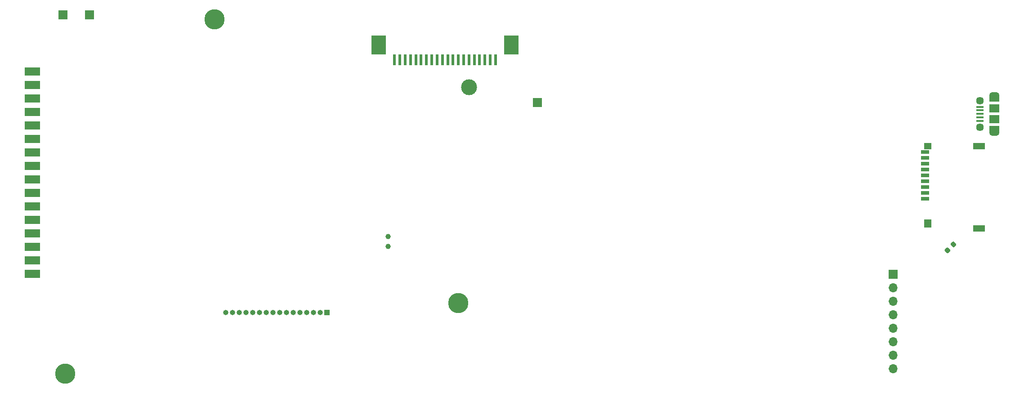
<source format=gbs>
G04 #@! TF.GenerationSoftware,KiCad,Pcbnew,5.1.8+dfsg1-1~bpo10+1*
G04 #@! TF.CreationDate,2020-11-24T20:11:20+01:00*
G04 #@! TF.ProjectId,armpofo_cpu,61726d70-6f66-46f5-9f63-70752e6b6963,rev?*
G04 #@! TF.SameCoordinates,PX3938700PY42c1d80*
G04 #@! TF.FileFunction,Soldermask,Bot*
G04 #@! TF.FilePolarity,Negative*
%FSLAX46Y46*%
G04 Gerber Fmt 4.6, Leading zero omitted, Abs format (unit mm)*
G04 Created by KiCad (PCBNEW 5.1.8+dfsg1-1~bpo10+1) date 2020-11-24 20:11:20*
%MOMM*%
%LPD*%
G01*
G04 APERTURE LIST*
%ADD10R,2.200000X1.200000*%
%ADD11R,1.400000X1.600000*%
%ADD12R,1.400000X1.200000*%
%ADD13R,1.600000X0.700000*%
%ADD14C,3.000000*%
%ADD15C,3.800000*%
%ADD16R,1.900000X1.500000*%
%ADD17C,1.450000*%
%ADD18R,1.350000X0.400000*%
%ADD19O,1.900000X1.200000*%
%ADD20R,1.900000X1.200000*%
%ADD21R,1.700000X1.700000*%
%ADD22O,1.700000X1.700000*%
%ADD23C,1.000000*%
%ADD24R,3.000000X1.524000*%
%ADD25R,1.000000X1.000000*%
%ADD26O,1.000000X1.000000*%
%ADD27R,0.610000X2.000000*%
%ADD28R,2.680000X3.600000*%
G04 APERTURE END LIST*
D10*
G04 #@! TO.C,J8*
X188100000Y-42650000D03*
X188100000Y-27150000D03*
D11*
X178500000Y-41750000D03*
D12*
X178500000Y-27150000D03*
D13*
X178000000Y-28300000D03*
X178000000Y-30500000D03*
X178000000Y-29400000D03*
X178000000Y-31600000D03*
X178000000Y-32700000D03*
X178000000Y-33800000D03*
X178000000Y-37100000D03*
X178000000Y-36000000D03*
X178000000Y-34900000D03*
G04 #@! TD*
D14*
G04 #@! TO.C,H4*
X92100000Y-16100000D03*
G04 #@! TD*
D15*
G04 #@! TO.C,H3*
X90100000Y-56700000D03*
G04 #@! TD*
G04 #@! TO.C,H2*
X16100000Y-70000000D03*
G04 #@! TD*
G04 #@! TO.C,H1*
X44200000Y-3300000D03*
G04 #@! TD*
G04 #@! TO.C,D3*
G36*
G01*
X182064990Y-47297403D02*
X181702597Y-46935010D01*
G75*
G02*
X181702597Y-46625650I154680J154680D01*
G01*
X182011956Y-46316291D01*
G75*
G02*
X182321316Y-46316291I154680J-154680D01*
G01*
X182683709Y-46678684D01*
G75*
G02*
X182683709Y-46988044I-154680J-154680D01*
G01*
X182374350Y-47297403D01*
G75*
G02*
X182064990Y-47297403I-154680J154680D01*
G01*
G37*
G36*
G01*
X183178684Y-46183709D02*
X182816291Y-45821316D01*
G75*
G02*
X182816291Y-45511956I154680J154680D01*
G01*
X183125650Y-45202597D01*
G75*
G02*
X183435010Y-45202597I154680J-154680D01*
G01*
X183797403Y-45564990D01*
G75*
G02*
X183797403Y-45874350I-154680J-154680D01*
G01*
X183488044Y-46183709D01*
G75*
G02*
X183178684Y-46183709I-154680J154680D01*
G01*
G37*
G04 #@! TD*
D16*
G04 #@! TO.C,J1*
X191037500Y-22100000D03*
D17*
X188337500Y-18600000D03*
D18*
X188337500Y-20450000D03*
X188337500Y-19800000D03*
X188337500Y-22400000D03*
X188337500Y-21750000D03*
X188337500Y-21100000D03*
D17*
X188337500Y-23600000D03*
D16*
X191037500Y-20100000D03*
D19*
X191037500Y-17600000D03*
X191037500Y-24600000D03*
D20*
X191037500Y-24000000D03*
X191037500Y-18200000D03*
G04 #@! TD*
D21*
G04 #@! TO.C,J2*
X104968000Y-19000000D03*
G04 #@! TD*
G04 #@! TO.C,J3*
X15700000Y-2500000D03*
G04 #@! TD*
G04 #@! TO.C,J7*
X172000000Y-51300000D03*
D22*
X172000000Y-53840000D03*
X172000000Y-56380000D03*
X172000000Y-58920000D03*
X172000000Y-61460000D03*
X172000000Y-64000000D03*
X172000000Y-66540000D03*
X172000000Y-69080000D03*
G04 #@! TD*
D23*
G04 #@! TO.C,Y2*
X76896000Y-46060000D03*
X76896000Y-44160000D03*
G04 #@! TD*
D24*
G04 #@! TO.C,J6*
X9900000Y-13100000D03*
X9900000Y-15640000D03*
X9900000Y-18180000D03*
X9900000Y-20720000D03*
X9900000Y-23260000D03*
X9900000Y-25800000D03*
X9900000Y-28340000D03*
X9900000Y-30880000D03*
X9900000Y-33420000D03*
X9900000Y-35960000D03*
X9900000Y-38500000D03*
X9900000Y-41040000D03*
X9900000Y-43580000D03*
X9900000Y-46120000D03*
X9900000Y-48660000D03*
X9900000Y-51200000D03*
G04 #@! TD*
D21*
G04 #@! TO.C,J9*
X20700000Y-2500000D03*
G04 #@! TD*
D25*
G04 #@! TO.C,J10*
X65400000Y-58500000D03*
D26*
X64130000Y-58500000D03*
X62860000Y-58500000D03*
X61590000Y-58500000D03*
X60320000Y-58500000D03*
X59050000Y-58500000D03*
X57780000Y-58500000D03*
X56510000Y-58500000D03*
X55240000Y-58500000D03*
X53970000Y-58500000D03*
X52700000Y-58500000D03*
X51430000Y-58500000D03*
X50160000Y-58500000D03*
X48890000Y-58500000D03*
X47620000Y-58500000D03*
X46350000Y-58500000D03*
G04 #@! TD*
D27*
G04 #@! TO.C,J11*
X78100000Y-10900000D03*
X79100000Y-10900000D03*
X80100000Y-10900000D03*
X81100000Y-10900000D03*
X82100000Y-10900000D03*
X83100000Y-10900000D03*
X84100000Y-10900000D03*
X85100000Y-10900000D03*
X86100000Y-10900000D03*
X87100000Y-10900000D03*
X88100000Y-10900000D03*
X89100000Y-10900000D03*
X90100000Y-10900000D03*
X91100000Y-10900000D03*
X92100000Y-10900000D03*
X93100000Y-10900000D03*
X94100000Y-10900000D03*
X95100000Y-10900000D03*
X96100000Y-10900000D03*
X97100000Y-10900000D03*
D28*
X75110000Y-8100000D03*
X100090000Y-8100000D03*
G04 #@! TD*
M02*

</source>
